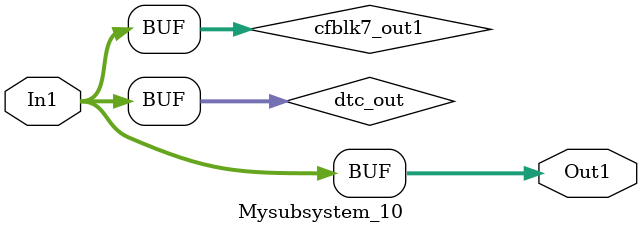
<source format=v>



`timescale 1 ns / 1 ns

module Mysubsystem_10
          (In1,
           Out1);


  input   [7:0] In1;  // uint8
  output  [7:0] Out1;  // uint8


  wire [7:0] dtc_out;  // ufix8
  wire [7:0] cfblk7_out1;  // uint8


  assign dtc_out = In1;



  assign cfblk7_out1 = dtc_out;



  assign Out1 = cfblk7_out1;

endmodule  // Mysubsystem_10


</source>
